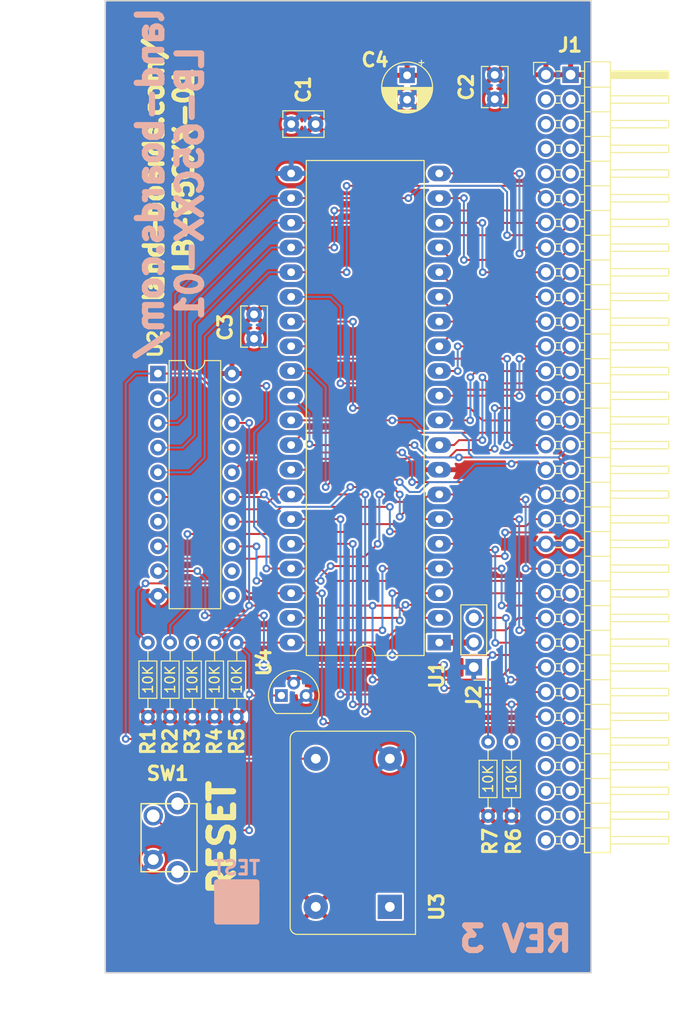
<source format=kicad_pcb>
(kicad_pcb (version 20240108) (generator "pcbnew") (generator_version "8.0")
  (title_block (title "LB-65C816-01") (date "2024-09-12") (rev "3") (company "land-boards.com"))
  (layers (0 "F.Cu" signal) (31 "B.Cu" signal) (34 "B.Paste" user) (35 "F.Paste" user) (36 "B.SilkS" user "B.Silkscreen") (37 "F.SilkS" user "F.Silkscreen") (38 "B.Mask" user) (39 "F.Mask" user) (44 "Edge.Cuts" user))
  (net 0 "")
  (net 1 "GND")
  (net 2 "/CPUA11")
  (net 3 "/CPUA12")
  (net 4 "/CPUA13")
  (net 5 "/CPUA14")
  (net 6 "/CPUA15")
  (net 7 "/CPUD4")
  (net 8 "/CPUD3")
  (net 9 "/CPUD5")
  (net 10 "/CPUD6")
  (net 11 "/CPUA0")
  (net 12 "/CPUA1")
  (net 13 "/CPUD2")
  (net 14 "/CPUA2")
  (net 15 "/CPUD7")
  (net 16 "/CPUA3")
  (net 17 "/CPUD0")
  (net 18 "/CPUA4")
  (net 19 "/CPUD1")
  (net 20 "/CPUA5")
  (net 21 "/CPUA6")
  (net 22 "/CPUA7")
  (net 23 "/CPUA8")
  (net 24 "/CPUA9")
  (net 25 "/CPUA10")
  (net 26 "/CPUA18")
  (net 27 "/CPUA16")
  (net 28 "/CPUA17")
  (net 29 "/CPUCLK")
  (net 30 "/CPUA22")
  (net 31 "/CPUA23")
  (net 32 "/CPUA20")
  (net 33 "/CPUA21")
  (net 34 "/CPUA19")
  (net 35 "VCC")
  (net 36 "/~{IORQ}")
  (net 37 "/~{CPURESB}")
  (net 38 "/VPA")
  (net 39 "/~{IRQB}")
  (net 50 "/VPB")
  (net 51 "/~{NMIB}")
  (net 52 "/~{ABORT}")
  (net 53 "/VDA")
  (net 54 "/RDY")
  (net 55 "/CPUE")
  (net 56 "/RWB")
  (net 57 "/MLB")
  (net 58 "/~{MEMRD}")
  (net 59 "/~{RAMCS}")
  (net 60 "/~{IOCS}")
  (net 61 "/~{ROMCS}")
  (net 62 "/CPUMX")
  (net 68 "/PWR_VPB")
  (footprint "LandBoards_Conns:PinHeader_2x32_P2.54mm_Horizontal-FLIPPED" (layer "F.Cu") (at 177.35 54.615)
    (property "Reference" "J1")
    (property "Value" "Conn_02x32_Odd_Even")
  )
  (footprint "Package_DIP:DIP-40_W15.24mm_LongPads" (layer "F.Cu") (at 166.375 113.025 180)
    (property "Reference" "U1")
    (property "Value" "W65C02_816S_DIP")
  )
  (footprint "Resistor_THT:R_Axial_DIN0204_L3.6mm_D1.6mm_P7.62mm_Horizontal" (layer "F.Cu") (at 171.3992 130.8608 90)
    (property "Reference" "R7")
    (property "Value" "10K")
  )
  (footprint "Capacitor_THT:CP_Radial_D5.0mm_P2.50mm" (layer "F.Cu") (at 163.068 54.674888 -90)
    (property "Reference" "C4")
    (property "Value" "47uF")
  )
  (footprint "Resistor_THT:R_Axial_DIN0204_L3.6mm_D1.6mm_P7.62mm_Horizontal" (layer "F.Cu") (at 145.542 120.65 90)
    (property "Reference" "R5")
    (property "Value" "10K")
  )
  (footprint "Resistor_THT:R_Axial_DIN0204_L3.6mm_D1.6mm_P7.62mm_Horizontal" (layer "F.Cu") (at 140.97 120.65 90)
    (property "Reference" "R3")
    (property "Value" "10K")
  )
  (footprint "Resistor_THT:R_Axial_DIN0204_L3.6mm_D1.6mm_P7.62mm_Horizontal" (layer "F.Cu") (at 136.398 120.65 90)
    (property "Reference" "R1")
    (property "Value" "10K")
  )
  (footprint "Package_TO_SOT_THT:TO-92" (layer "F.Cu") (at 150.13 118.47)
    (property "Reference" "U4")
    (property "Value" "DS1813-5")
  )
  (footprint "Resistor_THT:R_Axial_DIN0204_L3.6mm_D1.6mm_P7.62mm_Horizontal" (layer "F.Cu") (at 143.256 120.65 90)
    (property "Reference" "R4")
    (property "Value" "10K")
  )
  (footprint "Connector_PinHeader_2.54mm:PinHeader_1x03_P2.54mm_Vertical" (layer "F.Cu") (at 169.926 115.555 180)
    (property "Reference" "J2")
    (property "Value" "JUMPER")
  )
  (footprint "Resistor_THT:R_Axial_DIN0204_L3.6mm_D1.6mm_P7.62mm_Horizontal" (layer "F.Cu") (at 173.8122 130.8608 90)
    (property "Reference" "R6")
    (property "Value" "10K")
  )
  (footprint "Package_DIP:DIP-20_W7.62mm" (layer "F.Cu") (at 137.424 85.349)
    (property "Reference" "U2")
    (property "Value" "GAL16V8B")
  )
  (footprint "Capacitor_THT:C_Rect_L4.0mm_W2.5mm_P2.50mm" (layer "F.Cu") (at 151.15 59.69)
    (property "Reference" "C1")
    (property "Value" "0.1uF")
  )
  (footprint "Oscillator:Oscillator_DIP-14_LargePads" (layer "F.Cu") (at 161.29 140.208 90)
    (property "Reference" "U3")
    (property "Value" "OSC")
  )
  (footprint "Capacitor_THT:C_Rect_L4.0mm_W2.5mm_P2.50mm" (layer "F.Cu") (at 172.085 57.13 90)
    (property "Reference" "C2")
    (property "Value" "0.1uF")
  )
  (footprint "LandBoards_Conns:SW_PUSH_VERT" (layer "F.Cu") (at 139.446 133.096 90)
    (property "Reference" "SW1")
    (property "Value" "SW_Push")
  )
  (footprint "Resistor_THT:R_Axial_DIN0204_L3.6mm_D1.6mm_P7.62mm_Horizontal" (layer "F.Cu") (at 138.684 120.65 90)
    (property "Reference" "R2")
    (property "Value" "10K")
  )
  (footprint "LandBoards_Marking:TEST_BLK-REAR" (layer "F.Cu") (at 145.542 139.7)
    (property "Reference" "TEST")
    (property "Value" "COUPON" (hide yes))
  )
  (footprint "Capacitor_THT:C_Rect_L4.0mm_W2.5mm_P2.50mm" (layer "F.Cu") (at 147.32 81.768 90)
    (property "Reference" "C3")
    (property "Value" "0.1uF")
  )
  (gr_rect (start 132 47) (end 182 147) (stroke (width 0.15)) (fill none) (layer "Edge.Cuts"))
  (gr_text "land-boards.com/\nLB-65CXX-01" (at 138.684 65.786 90) (layer "B.SilkS") (effects (font (size 2.54 2.54) (thickness 0.635)) (justify mirror)))
  (gr_text "REV 3" (at 174.244 143.51 0) (layer "B.SilkS") (effects (font (size 2.54 2.54) (thickness 0.635)) (justify mirror)))
  (gr_text "RESET" (at 144.018 133.096 90) (layer "F.SilkS") (effects (font (size 2.54 2.54) (thickness 0.635))))
  (gr_text "land-boards.com/\nLB-65CXX-01" (at 138.557 64.4398 90) (layer "F.SilkS") (effects (font (size 1.905 1.905) (thickness 0.47625))))
  (segment (start 177.35 72.395) (end 175.2365 72.395) (width 0.2032) (layer "F.Cu") (net 2))
  (segment (start 166.375 64.765) (end 174.62 64.765) (width 0.2032) (layer "F.Cu") (net 2))
  (segment (start 175.2365 72.395) (end 174.625 73.0065) (width 0.2032) (layer "F.Cu") (net 2))
  (segment (start 174.62 64.765) (end 174.625 64.77) (width 0.2032) (layer "F.Cu") (net 2))
  (via (at 174.625 64.77) (size 0.8) (drill 0.4) (layers "F.Cu" "B.Cu") (net 2))
  (via (at 174.625 73.0065) (size 0.8) (drill 0.4) (layers "F.Cu" "B.Cu") (net 2))
  (segment (start 174.625 73.0065) (end 174.625 64.77) (width 0.2032) (layer "B.Cu") (net 2))
  (segment (start 173.355 71.12) (end 178.625 71.12) (width 0.2032) (layer "F.Cu") (net 3))
  (segment (start 163.195 67.31) (end 163.19 67.305) (width 0.2032) (layer "F.Cu") (net 3))
  (segment (start 179.89 69.855) (end 178.625 71.12) (width 0.2032) (layer "F.Cu") (net 3))
  (segment (start 163.19 67.305) (end 151.135 67.305) (width 0.2032) (layer "F.Cu") (net 3))
  (via (at 173.355 71.12) (size 0.8) (drill 0.4) (layers "F.Cu" "B.Cu") (net 3))
  (via (at 163.195 67.31) (size 0.8) (drill 0.4) (layers "F.Cu" "B.Cu") (net 3))
  (segment (start 164.465 66.04) (end 163.195 67.31) (width 0.2032) (layer "B.Cu") (net 3))
  (segment (start 137.424 87.889) (end 138.679 87.889) (width 0.2032) (layer "B.Cu") (net 3))
  (segment (start 138.679 87.889) (end 139.192 87.376) (width 0.2032) (layer "B.Cu") (net 3))
  (segment (start 172.72 66.04) (end 164.465 66.04) (width 0.2032) (layer "B.Cu") (net 3))
  (segment (start 173.355 71.12) (end 173.355 66.675) (width 0.2032) (layer "B.Cu") (net 3))
  (segment (start 149.103 67.305) (end 151.135 67.305) (width 0.2032) (layer "B.Cu") (net 3))
  (segment (start 139.192 77.216) (end 149.103 67.305) (width 0.2032) (layer "B.Cu") (net 3))
  (segment (start 139.192 87.376) (end 139.192 77.216) (width 0.2032) (layer "B.Cu") (net 3))
  (segment (start 173.355 66.675) (end 172.72 66.04) (width 0.2032) (layer "B.Cu") (net 3))
  (segment (start 171.45 71.12) (end 163.068 71.12) (width 0.2032) (layer "F.Cu") (net 4))
  (segment (start 172.715 69.855) (end 171.45 71.12) (width 0.2032) (layer "F.Cu") (net 4))
  (segment (start 151.135 69.845) (end 161.793 69.845) (width 0.2032) (layer "F.Cu") (net 4))
  (segment (start 177.35 69.855) (end 172.715 69.855) (width 0.2032) (layer "F.Cu") (net 4))
  (segment (start 161.793 69.845) (end 163.068 71.12) (width 0.2032) (layer "F.Cu") (net 4))
  (segment (start 140.208 89.662) (end 140.208 78.994) (width 0.2032) (layer "B.Cu") (net 4))
  (segment (start 139.441 90.429) (end 140.208 89.662) (width 0.2032) (layer "B.Cu") (net 4))
  (segment (start 137.424 90.429) (end 139.441 90.429) (width 0.2032) (layer "B.Cu") (net 4))
  (segment (start 140.208 78.994) (end 149.357 69.845) (width 0.2032) (layer "B.Cu") (net 4))
  (segment (start 151.135 69.845) (end 149.357 69.845) (width 0.2032) (layer "B.Cu") (net 4))
  (segment (start 155.57 72.385) (end 155.575 72.39) (width 0.2032) (layer "F.Cu") (net 5))
  (segment (start 178.625 68.58) (end 155.575 68.58) (width 0.2032) (layer "F.Cu") (net 5))
  (segment (start 179.89 67.315) (end 178.625 68.58) (width 0.2032) (layer "F.Cu") (net 5))
  (segment (start 151.135 72.385) (end 155.57 72.385) (width 0.2032) (layer "F.Cu") (net 5))
  (via (at 155.575 72.39) (size 0.8) (drill 0.4) (layers "F.Cu" "B.Cu") (net 5))
  (via (at 155.575 68.58) (size 0.8) (drill 0.4) (layers "F.Cu" "B.Cu") (net 5))
  (segment (start 141.219 91.699) (end 141.219 80.259) (width 0.2032) (layer "B.Cu") (net 5))
  (segment (start 155.575 68.58) (end 155.575 72.39) (width 0.2032) (layer "B.Cu") (net 5))
  (segment (start 149.093 72.385) (end 151.135 72.385) (width 0.2032) (layer "B.Cu") (net 5))
  (segment (start 139.949 92.969) (end 141.219 91.699) (width 0.2032) (layer "B.Cu") (net 5))
  (segment (start 141.219 80.259) (end 149.093 72.385) (width 0.2032) (layer "B.Cu") (net 5))
  (segment (start 137.424 92.969) (end 139.949 92.969) (width 0.2032) (layer "B.Cu") (net 5))
  (segment (start 156.845 74.93) (end 156.84 74.925) (width 0.2032) (layer "F.Cu") (net 6))
  (segment (start 156.845 66.04) (end 176.075 66.04) (width 0.2032) (layer "F.Cu") (net 6))
  (segment (start 156.84 74.925) (end 151.135 74.925) (width 0.2032) (layer "F.Cu") (net 6))
  (segment (start 176.075 66.04) (end 177.35 67.315) (width 0.2032) (layer "F.Cu") (net 6))
  (via (at 156.845 74.93) (size 0.8) (drill 0.4) (layers "F.Cu" "B.Cu") (net 6))
  (via (at 156.845 66.04) (size 0.8) (drill 0.4) (layers "F.Cu" "B.Cu") (net 6))
  (segment (start 142.235 81.529) (end 148.839 74.925) (width 0.2032) (layer "B.Cu") (net 6))
  (segment (start 142.235 93.985) (end 142.235 81.529) (width 0.2032) (layer "B.Cu") (net 6))
  (segment (start 137.424 95.509) (end 140.711 95.509) (width 0.2032) (layer "B.Cu") (net 6))
  (segment (start 140.711 95.509) (end 142.235 93.985) (width 0.2032) (layer "B.Cu") (net 6))
  (segment (start 156.845 66.04) (end 156.845 74.93) (width 0.2032) (layer "B.Cu") (net 6))
  (segment (start 148.839 74.925) (end 151.135 74.925) (width 0.2032) (layer "B.Cu") (net 6))
  (segment (start 173.962595 94.488) (end 176.53 94.488) (width 0.2032) (layer "F.Cu") (net 7))
  (segment (start 162.052 96.266) (end 155.448 96.266) (width 0.2032) (layer "F.Cu") (net 7))
  (segment (start 177.297 95.255) (end 176.53 94.488) (width 0.2032) (layer "F.Cu") (net 7))
  (segment (start 155.448 96.266) (end 154.686 97.028) (width 0.2032) (layer "F.Cu") (net 7))
  (segment (start 162.306 96.52) (end 162.052 96.266) (width 0.2032) (layer "F.Cu") (net 7))
  (segment (start 173.962595 94.488) (end 173.817095 94.6335) (width 0.2032) (layer "F.Cu") (net 7))
  (via (at 154.686 97.028) (size 0.8) (drill 0.4) (layers "F.Cu" "B.Cu") (net 7))
  (via (at 173.817095 94.6335) (size 0.8) (drill 0.4) (layers "F.Cu" "B.Cu") (net 7))
  (via (at 162.306 96.52) (size 0.8) (drill 0.4) (layers "F.Cu" "B.Cu") (net 7))
  (segment (start 151.135 85.085) (end 153.03 85.085) (width 0.2032) (layer "B.Cu") (net 7))
  (segment (start 164.338 97.536) (end 165.354 96.52) (width 0.2032) (layer "B.Cu") (net 7))
  (segment (start 154.686 97.028) (end 154.686 86.741) (width 0.2032) (layer "B.Cu") (net 7))
  (segment (start 163.322 97.536) (end 164.338 97.536) (width 0.2032) (layer "B.Cu") (net 7))
  (segment (start 173.817095 94.6335) (end 170.0599 94.6335) (width 0.2032) (layer "B.Cu") (net 7))
  (segment (start 153.03 85.085) (end 154.686 86.741) (width 0.2032) (layer "B.Cu") (net 7))
  (segment (start 170.0599 94.6335) (end 168.1734 96.52) (width 0.2032) (layer "B.Cu") (net 7))
  (segment (start 162.306 96.52) (end 163.322 97.536) (width 0.2032) (layer "B.Cu") (net 7))
  (segment (start 165.354 96.52) (end 168.1734 96.52) (width 0.2032) (layer "B.Cu") (net 7))
  (segment (start 168.396316 93.98) (end 178.615 93.98) (width 0.2032) (layer "F.Cu") (net 8))
  (segment (start 153.125 92.71) (end 153.0165 92.6015) (width 0.2032) (layer "F.Cu") (net 8))
  (segment (start 178.615 93.98) (end 179.89 95.255) (width 0.2032) (layer "F.Cu") (net 8))
  (segment (start 153.125 92.71) (end 163.83 92.71) (width 0.2032) (layer "F.Cu") (net 8))
  (via (at 153.0165 92.6015) (size 0.8) (drill 0.4) (layers "F.Cu" "B.Cu") (net 8))
  (via (at 168.396316 93.98) (size 0.8) (drill 0.4) (layers "F.Cu" "B.Cu") (net 8))
  (via (at 163.83 92.71) (size 0.8) (drill 0.4) (layers "F.Cu" "B.Cu") (net 8))
  (segment (start 165.1 93.98) (end 163.83 92.71) (width 0.2032) (layer "B.Cu") (net 8))
  (segment (start 153.0165 89.5065) (end 151.135 87.625) (width 0.2032) (layer "B.Cu") (net 8))
  (segment (start 168.396316 93.98) (end 165.1 93.98) (width 0.2032) (layer "B.Cu") (net 8))
  (segment (start 153.0165 92.6015) (end 153.0165 89.5065) (width 0.2032) (layer "B.Cu") (net 8))
  (segment (start 151.135 82.545) (end 154.3 82.545) (width 0.2032) (layer "F.Cu") (net 9))
  (segment (start 154.3 82.545) (end 155.575 83.82) (width 0.2032) (layer "F.Cu") (net 9))
  (segment (start 173.355 83.82) (end 155.575 83.82) (width 0.2032) (layer "F.Cu") (net 9))
  (segment (start 177.35 92.715) (end 173.35 92.715) (width 0.2032) (layer "F.Cu") (net 9))
  (via (at 173.35 92.715) (size 0.8) (drill 0.4) (layers "F.Cu" "B.Cu") (net 9))
  (via (at 173.355 83.82) (size 0.8) (drill 0.4) (layers "F.Cu" "B.Cu") (net 9))
  (segment (start 173.35 92.715) (end 173.355 92.71) (width 0.2032) (layer "B.Cu") (net 9))
  (segment (start 173.355 92.71) (end 173.355 83.82) (width 0.2032) (layer "B.Cu") (net 9))
  (segment (start 157.48 88.9) (end 169.545 88.9) (width 0.2032) (layer "F.Cu") (net 10))
  (segment (start 151.135 80.005) (end 157.4935 80.005) (width 0.2032) (layer "F.Cu") (net 10))
  (segment (start 177.35 90.175) (end 170.82 90.175) (width 0.2032) (layer "F.Cu") (net 10))
  (segment (start 157.4935 80.005) (end 157.4985 80.01) (width 0.2032) (layer "F.Cu") (net 10))
  (segment (start 170.82 90.175) (end 169.545 88.9) (width 0.2032) (layer "F.Cu") (net 10))
  (via (at 157.4985 80.01) (size 0.8) (drill 0.4) (layers "F.Cu" "B.Cu") (net 10))
  (via (at 157.48 88.9) (size 0.8) (drill 0.4) (layers "F.Cu" "B.Cu") (net 10))
  (segment (start 157.4985 80.01) (end 157.4985 88.8815) (width 0.2032) (layer "B.Cu") (net 10))
  (segment (start 157.4985 88.8815) (end 157.48 88.9) (width 0.2032) (layer "B.Cu") (net 10))
  (segment (start 178.625 86.36) (end 171.4265 86.36) (width 0.2032) (layer "F.Cu") (net 11))
  (segment (start 166.375 92.705) (end 167.899 92.705) (width 0.2032) (layer "F.Cu") (net 11))
  (segment (start 171.4265 86.36) (end 170.815 85.7485) (width 0.2032) (layer "F.Cu") (net 11))
  (segment (start 167.899 92.705) (end 168.402 92.202) (width 0.2032) (layer "F.Cu") (net 11))
  (segment (start 179.89 85.095) (end 178.625 86.36) (width 0.2032) (layer "F.Cu") (net 11))
  (segment (start 168.402 92.202) (end 170.815 92.202) (width 0.2032) (layer "F.Cu") (net 11))
  (via (at 170.815 85.7485) (size 0.8) (drill 0.4) (layers "F.Cu" "B.Cu") (net 11))
  (via (at 170.815 92.202) (size 0.8) (drill 0.4) (layers "F.Cu" "B.Cu") (net 11))
  (segment (start 170.815 92.202) (end 170.815 85.7485) (width 0.2032) (layer "B.Cu") (net 11))
  (segment (start 169.582 85.698) (end 170.185 85.095) (width 0.2032) (layer "F.Cu") (net 12))
  (segment (start 170.185 85.095) (end 177.35 85.095) (width 0.2032) (layer "F.Cu") (net 12))
  (segment (start 166.375 90.165) (end 169.55 90.165) (width 0.2032) (layer "F.Cu") (net 12))
  (segment (start 169.582 85.725) (end 169.582 85.698) (width 0.2032) (layer "F.Cu") (net 12))
  (via (at 169.55 90.165) (size 0.8) (drill 0.4) (layers "F.Cu" "B.Cu") (net 12))
  (via (at 169.582 85.725) (size 0.8) (drill 0.4) (layers "F.Cu" "B.Cu") (net 12))
  (segment (start 169.582 90.133) (end 169.55 90.165) (width 0.2032) (layer "B.Cu") (net 12))
  (segment (start 169.582 85.725) (end 169.582 90.133) (width 0.2032) (layer "B.Cu") (net 12))
  (segment (start 151.135 90.165) (end 161.539 90.165) (width 0.2032) (layer "F.Cu") (net 13))
  (segment (start 161.539 90.165) (end 161.544 90.17) (width 0.2032) (layer "F.Cu") (net 13))
  (via (at 161.544 90.17) (size 0.8) (drill 0.4) (layers "F.Cu" "B.Cu") (net 13))
  (segment (start 169.418 93.5482) (end 169.418 92.202) (width 0.2032) (layer "B.Cu") (net 13))
  (segment (start 169.418 92.202) (end 168.656 91.44) (width 0.2032) (layer "B.Cu") (net 13))
  (segment (start 179.89 92.715) (end 178.625 93.98) (width 0.2032) (layer "B.Cu") (net 13))
  (segment (start 168.656 91.44) (end 164.846 91.44) (width 0.2032) (layer "B.Cu") (net 13))
  (segment (start 178.625 93.98) (end 169.8498 93.98) (width 0.2032) (layer "B.Cu") (net 13))
  (segment (start 164.846 91.44) (end 163.576 90.17) (width 0.2032) (layer "B.Cu") (net 13))
  (segment (start 163.576 90.17) (end 161.544 90.17) (width 0.2032) (layer "B.Cu") (net 13))
  (segment (start 169.8498 93.98) (end 169.418 93.5482) (width 0.2032) (layer "B.Cu") (net 13))
  (segment (start 166.375 87.625) (end 174.582989 87.625) (width 0.2032) (layer "F.Cu") (net 14))
  (segment (start 178.625 83.82) (end 179.89 82.555) (width 0.2032) (layer "F.Cu") (net 14))
  (segment (start 174.625 83.82) (end 178.625 83.82) (width 0.2032) (layer "F.Cu") (net 14))
  (segment (start 174.625 87.667011) (end 174.582989 87.625) (width 0.2032) (layer "F.Cu") (net 14))
  (via (at 174.625 83.82) (size 0.8) (drill 0.4) (layers "F.Cu" "B.Cu") (net 14))
  (via (at 174.625 87.667011) (size 0.8) (drill 0.4) (layers "F.Cu" "B.Cu") (net 14))
  (segment (start 174.625 83.82) (end 174.625 87.667011) (width 0.2032) (layer "B.Cu") (net 14))
  (segment (start 175.268511 87.013511) (end 175.89 87.635) (width 0.2032) (layer "F.Cu") (net 15))
  (segment (start 167.658511 87.013511) (end 175.268511 87.013511) (width 0.2032) (layer "F.Cu") (net 15))
  (segment (start 167.005 86.36) (end 167.658511 87.013511) (width 0.2032) (layer "F.Cu") (net 15))
  (segment (start 175.89 87.635) (end 177.35 87.635) (width 0.2032) (layer "F.Cu") (net 15))
  (segment (start 156.21 86.36) (end 167.005 86.36) (width 0.2032) (layer "F.Cu") (net 15))
  (via (at 156.21 86.36) (size 0.8) (drill 0.4) (layers "F.Cu" "B.Cu") (net 15))
  (segment (start 156.21 78.486) (end 156.21 86.36) (width 0.2032) (layer "B.Cu") (net 15))
  (segment (start 151.135 77.465) (end 155.189 77.465) (width 0.2032) (layer "B.Cu") (net 15))
  (segment (start 155.189 77.465) (end 156.21 78.486) (width 0.2032) (layer "B.Cu") (net 15))
  (segment (start 168.28 82.555) (end 177.35 82.555) (width 0.2032) (layer "F.Cu") (net 16))
  (segment (start 166.375 85.085) (end 168.27 85.085) (width 0.2032) (layer "F.Cu") (net 16))
  (segment (start 168.275 82.55) (end 168.28 82.555) (width 0.2032) (layer "F.Cu") (net 16))
  (segment (start 168.27 85.085) (end 168.275 85.09) (width 0.2032) (layer "F.Cu") (net 16))
  (via (at 168.275 82.55) (size 0.8) (drill 0.4) (layers "F.Cu" "B.Cu") (net 16))
  (via (at 168.275 85.09) (size 0.8) (drill 0.4) (layers "F.Cu" "B.Cu") (net 16))
  (segment (start 168.275 85.09) (end 168.275 82.55) (width 0.2032) (layer "B.Cu") (net 16))
  (segment (start 167.386 93.98) (end 168.148 93.218) (width 0.2032) (layer "F.Cu") (net 17))
  (segment (start 171.958 93.218) (end 172.085 93.091) (width 0.2032) (layer "F.Cu") (net 17))
  (segment (start 172.085 88.9) (end 178.625 88.9) (width 0.2032) (layer "F.Cu") (net 17))
  (segment (start 168.148 93.218) (end 171.958 93.218) (width 0.2032) (layer "F.Cu") (net 17))
  (segment (start 179.89 87.635) (end 178.625 88.9) (width 0.2032) (layer "F.Cu") (net 17))
  (segment (start 152.659 95.245) (end 153.778489 94.125511) (width 0.2032) (layer "F.Cu") (net 17))
  (segment (start 162.959511 94.125511) (end 163.105022 93.98) (width 0.2032) (layer "F.Cu") (net 17))
  (segment (start 163.105022 93.98) (end 167.386 93.98) (width 0.2032) (layer "F.Cu") (net 17))
  (segment (start 151.135 95.245) (end 152.659 95.245) (width 0.2032) (layer "F.Cu") (net 17))
  (segment (start 153.778489 94.125511) (end 162.959511 94.125511) (width 0.2032) (layer "F.Cu") (net 17))
  (via (at 172.085 93.091) (size 0.8) (drill 0.4) (layers "F.Cu" "B.Cu") (net 17))
  (via (at 172.085 88.9) (size 0.8) (drill 0.4) (layers "F.Cu" "B.Cu") (net 17))
  (segment (start 172.085 93.091) (end 172.085 88.9) (width 0.2032) (layer "B.Cu") (net 17))
  (segment (start 179.89 80.015) (end 178.625 81.28) (width 0.2032) (layer "F.Cu") (net 18))
  (segment (start 167.64 81.28) (end 166.375 82.545) (width 0.2032) (layer "F.Cu") (net 18))
  (segment (start 178.625 81.28) (end 167.64 81.28) (width 0.2032) (layer "F.Cu") (net 18))
  (segment (start 178.625 91.44) (end 152.4 91.44) (width 0.2032) (layer "F.Cu") (net 19))
  (segment (start 179.89 90.175) (end 178.625 91.44) (width 0.2032) (layer "F.Cu") (net 19))
  (segment (start 152.4 91.44) (end 151.135 92.705) (width 0.2032) (layer "F.Cu") (net 19))
  (segment (start 166.375 80.005) (end 177.34 80.005) (width 0.2032) (layer "F.Cu") (net 20))
  (segment (start 167.65 78.74) (end 178.625 78.74) (width 0.2032) (layer "F.Cu") (net 21))
  (segment (start 166.375 77.465) (end 167.65 78.74) (width 0.2032) (layer "F.Cu") (net 21))
  (segment (start 178.625 78.74) (end 179.89 77.475) (width 0.2032) (layer "F.Cu") (net 21))
  (segment (start 168.925 77.475) (end 177.35 77.475) (width 0.2032) (layer "F.Cu") (net 22))
  (segment (start 166.375 74.925) (end 168.925 77.475) (width 0.2032) (layer "F.Cu") (net 22))
  (segment (start 178.625 76.2) (end 170.19 76.2) (width 0.2032) (layer "F.Cu") (net 23))
  (segment (start 179.89 74.935) (end 178.625 76.2) (width 0.2032) (layer "F.Cu") (net 23))
  (segment (start 170.19 76.2) (end 166.375 72.385) (width 0.2032) (layer "F.Cu") (net 23))
  (segment (start 166.375 69.845) (end 170.81 69.845) (width 0.2032) (layer "F.Cu") (net 24))
  (segment (start 170.857 74.935) (end 177.35 74.935) (width 0.2032) (layer "F.Cu") (net 24))
  (segment (start 170.852 74.93) (end 170.857 74.935) (width 0.2032) (layer "F.Cu") (net 24))
  (segment (start 170.81 69.845) (end 170.815 69.85) (width 0.2032) (layer "F.Cu") (net 24))
  (via (at 170.852 74.93) (size 0.8) (drill 0.4) (layers "F.Cu" "B.Cu") (net 24))
  (via (at 170.815 69.85) (size 0.8) (drill 0.4) (layers "F.Cu" "B.Cu") (net 24))
  (segment (start 170.815 74.893) (end 170.852 74.93) (width 0.2032) (layer "B.Cu") (net 24))
  (segment (start 170.815 69.85) (end 170.815 74.893) (width 0.2032) (layer "B.Cu") (net 24))
  (segment (start 179.89 72.395) (end 178.625 73.66) (width 0.2032) (layer "F.Cu") (net 25))
  (segment (start 166.375 67.305) (end 168.915 67.305) (width 0.2032) (layer "F.Cu") (net 25))
  (segment (start 178.625 73.66) (end 168.91 73.66) (width 0.2032) (layer "F.Cu") (net 25))
  (via (at 168.91 73.66) (size 0.8) (drill 0.4) (layers "F.Cu" "B.Cu") (net 25))
  (via (at 168.915 67.305) (size 0.8) (drill 0.4) (layers "F.Cu" "B.Cu") (net 25))
  (segment (start 168.91 73.66) (end 168.91 67.31) (width 0.2032) (layer "B.Cu") (net 25))
  (segment (start 168.91 67.31) (end 168.915 67.305) (width 0.2032) (layer "B.Cu") (net 25))
  (segment (start 155.458 106.68) (end 154.183 105.405) (width 0.2032) (layer "F.Cu") (net 29))
  (segment (start 151.135 105.405) (end 148.595 105.405) (width 0.2032) (layer "F.Cu") (net 29))
  (segment (start 151.135 105.405) (end 154.183 105.405) (width 0.2032) (layer "F.Cu") (net 29))
  (segment (start 142.748 86.614) (end 141.478 85.344) (width 0.2032) (layer "F.Cu") (net 29))
  (segment (start 138.43 124.968) (end 136.398 122.936) (width 0.2032) (layer "F.Cu") (net 29))
  (segment (start 153.67 124.968) (end 138.43 124.968) (width 0.2032) (layer "F.Cu") (net 29))
  (segment (start 136.398 122.936) (end 134.112 122.936) (width 0.2032) (layer "F.Cu") (net 29))
  (segment (start 178.625 106.68) (end 155.458 106.68) (width 0.2032) (layer "F.Cu") (net 29))
  (segment (start 148.595 105.405) (end 148.59 105.41) (width 0.2032) (layer "F.Cu") (net 29))
  (segment (start 137.424 85.349) (end 141.473 85.349) (width 0.2032) (layer "F.Cu") (net 29))
  (segment (start 142.748 86.614) (end 148.59 86.614) (width 0.2032) (layer "F.Cu") (net 29))
  (segment (start 179.89 105.415) (end 178.625 106.68) (width 0.2032) (layer "F.Cu") (net 29))
  (segment (start 141.473 85.349) (end 141.478 85.344) (width 0.2032) (layer "F.Cu") (net 29))
  (via (at 148.59 86.614) (size 0.8) (drill 0.4) (layers "F.Cu" "B.Cu") (net 29))
  (via (at 134.112 122.936) (size 0.8) (drill 0.4) (layers "F.Cu" "B.Cu") (net 29))
  (via (at 148.59 105.41) (size 0.8) (drill 0.4) (layers "F.Cu" "B.Cu") (net 29))
  (segment (start 148.59 90.17) (end 148.59 86.614) (width 0.2032) (layer "B.Cu") (net 29))
  (segment (start 134.112 86.36) (end 135.123 85.349) (width 0.2032) (layer "B.Cu") (net 29))
  (segment (start 147.32 101.092) (end 147.32 91.44) (width 0.2032) (layer "B.Cu") (net 29))
  (segment (start 134.112 122.936) (end 134.112 86.36) (width 0.2032) (layer "B.Cu") (net 29))
  (segment (start 148.59 102.362) (end 147.32 101.092) (width 0.2032) (layer "B.Cu") (net 29))
  (segment (start 147.32 91.44) (end 148.59 90.17) (width 0.2032) (layer "B.Cu") (net 29))
  (segment (start 135.123 85.349) (end 137.424 85.349) (width 0.2032) (layer "B.Cu") (net 29))
  (segment (start 148.59 105.41) (end 148.59 102.362) (width 0.2032) (layer "B.Cu") (net 29))
  (segment (start 179.89 118.115) (end 178.625 119.38) (width 0.2032) (layer "F.Cu") (net 36))
  (segment (start 173.8122 119.38) (end 178.625 119.38) (width 0.2032) (layer "F.Cu") (net 36))
  (segment (start 151.135 102.865) (end 157.475 102.865) (width 0.2032) (layer "F.Cu") (net 36))
  (segment (start 157.48 119.38) (end 173.8122 119.38) (width 0.2032) (layer "F.Cu") (net 36))
  (segment (start 157.475 102.865) (end 157.48 102.87) (width 0.2032) (layer "F.Cu") (net 36))
  (via (at 173.8122 119.38) (size 0.8) (drill 0.4) (layers "F.Cu" "B.Cu") (net 36))
  (via (at 157.48 119.38) (size 0.8) (drill 0.4) (layers "F.Cu" "B.Cu") (net 36))
  (via (at 157.48 102.87) (size 0.8) (drill 0.4) (layers "F.Cu" "B.Cu") (net 36))
  (segment (start 157.48 102.87) (end 157.48 119.38) (width 0.2032) (layer "B.Cu") (net 36))
  (segment (start 173.8122 123.2408) (end 173.8122 119.38) (width 0.2032) (layer "B.Cu") (net 36))
  (segment (start 136.946 130.846) (end 138.434 132.334) (width 0.2032) (layer "F.Cu") (net 37))
  (segment (start 138.434 132.334) (end 146.812 132.334) (width 0.2032) (layer "F.Cu") (net 37))
  (segment (start 150.13 118.47) (end 146.918 118.47) (width 0.2032) (layer "F.Cu") (net 37))
  (segment (start 160.533 113.025) (end 161.798 111.76) (width 0.2032) (layer "F.Cu") (net 37))
  (segment (start 145.542 113.03) (end 151.13 113.03) (width 0.2032) (layer "F.Cu") (net 37))
  (segment (start 173.233 111.76) (end 174.498 110.495) (width 0.2032) (layer "F.Cu") (net 37))
  (segment (start 146.918 118.47) (end 146.812 118.364) (width 0.2032) (layer "F.Cu") (net 37))
  (segment (start 174.498 110.495) (end 177.35 110.495) (width 0.2032) (layer "F.Cu") (net 37))
  (segment (start 151.135 113.025) (end 160.533 113.025) (width 0.2032) (layer "F.Cu") (net 37))
  (segment (start 161.798 111.76) (end 173.233 111.76) (width 0.2032) (layer "F.Cu") (net 37))
  (via (at 146.812 118.364) (size 0.8) (drill 0.4) (layers "F.Cu" "B.Cu") (net 37))
  (via (at 146.812 132.334) (size 0.8) (drill 0.4) (layers "F.Cu" "B.Cu") (net 37))
  (segment (start 146.812 114.3) (end 145.542 113.03) (width 0.2032) (layer "B.Cu") (net 37))
  (segment (start 146.812 118.364) (end 146.812 114.3) (width 0.2032) (layer "B.Cu") (net 37))
  (segment (start 146.812 132.334) (end 146.812 118.364) (width 0.2032) (layer "B.Cu") (net 37))
  (segment (start 169.5196 98.298) (end 169.0066 97.785) (width 0.2032) (layer "F.Cu") (net 38))
  (segment (start 138.689 103.129) (end 137.424 103.129) (width 0.2032) (layer "F.Cu") (net 38))
  (segment (start 139.954 104.394) (end 138.689 103.129) (width 0.2032) (layer "F.Cu") (net 38))
  (segment (start 158.725989 104.182511) (end 147.785489 104.182511) (width 0.2032) (layer "F.Cu") (net 38))
  (segment (start 162.052 98.552) (end 161.285 97.785) (width 0.2032) (layer "F.Cu") (net 38))
  (segment (start 147.785489 104.182511) (end 147.574 104.394) (width 0.2032) (layer "F.Cu") (net 38))
  (segment (start 165.359 97.785) (end 164.592 98.552) (width 0.2032) (layer "F.Cu") (net 38))
  (segment (start 175.26 98.298) (end 169.5196 98.298) (width 0.2032) (layer "F.Cu") (net 38))
  (segment (start 164.592 98.552) (end 162.052 98.552) (width 0.2032) (layer "F.Cu") (net 38))
  (segment (start 175.26 105.41) (end 175.265 105.415) (width 0.2032) (layer "F.Cu") (net 38))
  (segment (start 175.265 105.415) (end 177.35 105.415) (width 0.2032) (layer "F.Cu") (net 38))
  (segment (start 147.574 104.394) (end 139.954 104.394) (width 0.2032) (layer "F.Cu") (net 38))
  (segment (start 160.214903 97.785) (end 160.209903 97.79) (width 0.2032) (layer "F.Cu") (net 38))
  (segment (start 160.0385 102.87) (end 158.725989 104.182511) (width 0.2032) (layer "F.Cu") (net 38))
  (segment (start 161.285 97.785) (end 160.214903 97.785) (width 0.2032) (layer "F.Cu") (net 38))
  (segment (start 169.0066 97.785) (end 166.375 97.785) (width 0.2032) (layer "F.Cu") (net 38))
  (via (at 175.26 105.41) (size 0.8) (drill 0.4) (layers "F.Cu" "B.Cu") (net 38))
  (via (at 160.0385 102.87) (size 0.8) (drill 0.4) (layers "F.Cu" "B.Cu") (net 38))
  (via (at 175.26 98.298) (size 0.8) (drill 0.4) (layers "F.Cu" "B.Cu") (net 38))
  (via (at 160.209903 97.79) (size 0.8) (drill 0.4) (layers "F.Cu" "B.Cu") (net 38))
  (segment (start 160.145806 102.87) (end 160.0385 102.87) (width 0.2032) (layer "B.Cu") (net 38))
  (segment (start 175.26 105.41) (end 175.26 98.298) (width 0.2032) (layer "B.Cu") (net 38))
  (segment (start 160.209903 102.805903) (end 160.145806 102.87) (width 0.2032) (layer "B.Cu") (net 38))
  (segment (start 160.209903 97.79) (end 160.209903 102.805903) (width 0.2032) (layer "B.Cu") (net 38))
  (segment (start 160.528 105.41) (end 163.322 105.41) (width 0.2032) (layer "F.Cu") (net 39))
  (segment (start 161.803 105.405) (end 161.798 105.41) (width 0.2032) (layer "F.Cu") (net 39))
  (segment (start 163.327 105.405) (end 161.803 105.405) (width 0.2032) (layer "F.Cu") (net 39))
  (segment (start 166.375 105.405) (end 172.7962 105.405) (width 0.2032) (layer "F.Cu") (net 39))
  (segment (start 140.97 113.03) (end 142.24 111.76) (width 0.2032) (layer "F.Cu") (net 39))
  (segment (start 172.7893 109.22) (end 178.625 109.22) (width 0.2032) (layer "F.Cu") (net 39))
  (segment (start 160.274 111.76) (end 160.528 111.76) (width 0.2032) (layer "F.Cu") (net 39))
  (segment (start 166.375 105.405) (end 163.327 105.405) (width 0.2032) (layer "F.Cu") (net 39))
  (segment (start 178.625 109.22) (end 179.89 107.955) (width 0.2032) (layer "F.Cu") (net 39))
  (segment (start 163.322 105.41) (end 163.327 105.405) (width 0.2032) (layer "F.Cu") (net 39))
  (segment (start 142.24 111.76) (end 160.274 111.76) (width 0.2032) (layer "F.Cu") (net 39))
  (via (at 172.7893 109.22) (size 0.8) (drill 0.4) (layers "F.Cu" "B.Cu") (net 39))
  (via (at 160.528 111.76) (size 0.8) (drill 0.4) (layers "F.Cu" "B.Cu") (net 39))
  (via (at 160.528 105.41) (size 0.8) (drill 0.4) (layers "F.Cu" "B.Cu") (net 39))
  (via (at 172.7962 105.405) (size 0.8) (drill 0.4) (layers "F.Cu" "B.Cu") (net 39))
  (segment (start 172.7893 109.22) (end 172.7893 105.4119) (width 0.2032) (layer "B.Cu") (net 39))
  (segment (start 172.7893 105.4119) (end 172.7962 105.405) (width 0.2032) (layer "B.Cu") (net 39))
  (segment (start 160.528 111.76) (end 160.528 105.41) (width 0.2032) (layer "B.Cu") (net 39))
  (segment (start 162.895448 109.138552) (end 167.975448 109.138552) (width 0.2032) (layer "F.Cu") (net 50))
  (segment (start 169.159 107.955) (end 177.35 107.955) (width 0.2032) (layer "F.Cu") (net 50))
  (segment (start 151.135 110.485) (end 162.047 110.485) (width 0.2032) (layer "F.Cu") (net 50))
  (segment (start 167.975448 109.138552) (end 169.159 107.955) (width 0.2032) (layer "F.Cu") (net 50))
  (segment (start 162.047 110.485) (end 162.306 110.744) (width 0.2032) (layer "F.Cu") (net 50))
  (via (at 162.895448 109.138552) (size 0.8) (drill 0.4) (layers "F.Cu" "B.Cu") (net 50))
  (via (at 162.306 110.744) (size 0.8) (drill 0.4) (layers "F.Cu" "B.Cu") (net 50))
  (segment (start 162.306 109.728) (end 162.895448 109.138552) (width 0.2032) (layer "B.Cu") (net 50))
  (segment (start 162.306 110.744) (end 162.306 109.728) (width 0.2032) (layer "B.Cu") (net 50))
  (segment (start 158.242 100.838) (end 157.437489 101.642511) (width 0.2032) (layer "F.Cu") (net 51))
  (segment (start 164.597 100.325) (end 164.084 100.838) (width 0.2032) (layer "F.Cu") (net 51))
  (segment (start 164.084 100.838) (end 158.242 100.838) (width 0.2032) (layer "F.Cu") (net 51))
  (segment (start 174.6015 100.325) (end 174.6065 100.33) (width 0.2032) (layer "F.Cu") (net 51))
  (segment (start 149.394511 101.642511) (end 149.183022 101.854) (width 0.2032) (layer "F.Cu") (net 51))
  (segment (start 157.437489 101.642511) (end 149.394511 101.642511) (width 0.2032) (layer "F.Cu") (net 51))
  (segment (start 149.183022 101.854) (end 140.462 101.854) (width 0.2032) (layer "F.Cu") (net 51))
  (segment (start 178.625 111.76) (end 179.89 110.495) (width 0.2032) (layer "F.Cu") (net 51))
  (segment (start 174.6065 111.76) (end 178.625 111.76) (width 0.2032) (layer "F.Cu") (net 51))
  (segment (start 166.375 100.325) (end 164.597 100.325) (width 0.2032) (layer "F.Cu") (net 51))
  (segment (start 166.375 100.325) (end 174.6015 100.325) (width 0.2032) (layer "F.Cu") (net 51))
  (via (at 174.6065 111.76) (size 0.8) (drill 0.4) (layers "F.Cu" "B.Cu") (net 51))
  (via (at 174.6065 100.33) (size 0.8) (drill 0.4) (layers "F.Cu" "B.Cu") (net 51))
  (via (at 140.462 101.854) (size 0.8) (drill 0.4) (layers "F.Cu" "B.Cu") (net 51))
  (segment (start 138.684 111.252) (end 140.462 109.474) (width 0.2032) (layer "B.Cu") (net 51))
  (segment (start 174.601489 100.335011) (end 174.601489 111.754989) (width 0.2032) (layer "B.Cu") (net 51))
  (segment (start 140.462 109.474) (end 140.462 101.854) (width 0.2032) (layer "B.Cu") (net 51))
  (segment (start 174.6065 100.33) (end 174.601489 100.335011) (width 0.2032) (layer "B.Cu") (net 51))
  (segment (start 174.601489 111.754989) (end 174.6065 111.76) (width 0.2032) (layer "B.Cu") (net 51))
  (segment (start 138.684 113.03) (end 138.684 111.252) (width 0.2032) (layer "B.Cu") (net 51))
  (segment (start 179.89 113.035) (end 178.625 114.3) (width 0.2032) (layer "F.Cu") (net 52))
  (segment (start 161.544 114.3) (end 171.8564 114.3) (width 0.2032) (layer "F.Cu") (net 52))
  (segment (start 161.549 107.945) (end 166.375 107.945) (width 0.2032) (layer "F.Cu") (net 52))
  (segment (start 161.544 107.95) (end 161.549 107.945) (width 0.2032) (layer "F.Cu") (net 52))
  (segment (start 171.8564 114.3) (end 178.625 114.3) (width 0.2032) (layer "F.Cu") (net 52))
  (via (at 171.8564 114.3) (size 0.8) (drill 0.4) (layers "F.Cu" "B.Cu") (net 52))
  (via (at 161.544 107.95) (size 0.8) (drill 0.4) (layers "F.Cu" "B.Cu") (net 52))
  (via (at 161.544 114.3) (size 0.8) (drill 0.4) (layers "F.Cu" "B.Cu") (net 52))
  (segment (start 171.3992 114.7572) (end 171.8564 114.3) (width 0.2032) (layer "B.Cu") (net 52))
  (segment (start 161.544 114.3) (end 161.544 107.95) (width 0.2032) (layer "B.Cu") (net 52))
  (segment (start 171.3992 123.2408) (end 171.3992 114.7572) (width 0.2032) (layer "B.Cu") (net 52))
  (segment (start 141.473 105.669) (end 141.478 105.664) (width 0.2032) (layer "F.Cu") (net 53))
  (segment (start 178.625 116.84) (end 173.736 116.84) (width 0.2032) (layer "F.Cu") (net 53))
  (segment (start 169.926 110.475) (end 173.213 110.475) (width 0.2032) (layer "F.Cu") (net 53))
  (segment (start 173.213 110.475) (end 173.228 110.49) (width 0.2032) (layer "F.Cu") (net 53))
  (segment (start 148.336 115.316) (end 166.878 115.316) (width 0.2032) (layer "F.Cu") (net 53))
  (segment (start 137.424 105.669) (end 141.473 105.669) (width 0.2032) (layer "F.Cu") (net 53))
  (segment (start 179.89 115.575) (end 178.625 116.84) (width 0.2032) (layer "F.Cu") (net 53))
  (segment (start 166.878 117.71) (end 172.866 117.71) (width 0.2032) (layer "F.Cu") (net 53))
  (segment (start 142.24 110.236) (end 148.336 110.236) (width 0.2032) (layer "F.Cu") (net 53))
  (segment (start 172.866 117.71) (end 173.736 116.84) (width 0.2032) (layer "F.Cu") (net 53))
  (via (at 141.478 105.664) (size 0.8) (drill 0.4) (layers "F.Cu" "B.Cu") (net 53))
  (via (at 148.336 115.316) (size 0.8) (drill 0.4) (layers "F.Cu" "B.Cu") (net 53))
  (via (at 142.24 110.236) (size 0.8) (drill 0.4) (layers "F.Cu" "B.Cu") (net 53))
  (via (at 173.736 116.84) (size 0.8) (drill 0.4) (layers "F.Cu" "B.Cu") (net 53))
  (via (at 173.228 110.49) (size 0.8) (drill 0.4) (layers "F.Cu" "B.Cu") (net 53))
  (via (at 166.878 115.316) (size 0.8) (drill 0.4) (layers "F.Cu" "B.Cu") (net 53))
  (via (at 148.336 110.236) (size 0.8) (drill 0.4) (layers "F.Cu" "B.Cu") (net 53))
  (via (at 166.878 117.71) (size 0.8) (drill 0.4) (layers "F.Cu" "B.Cu") (net 53))
  (segment (start 142.302 110.174) (end 142.24 110.236) (width 0.2032) (layer "B.Cu") (net 53))
  (segment (start 173.228 116.332) (end 173.736 116.84) (width 0.2032) (layer "B.Cu") (net 53))
  (segment (start 173.228 110.49) (end 173.228 116.332) (width 0.2032) (layer "B.Cu") (net 53))
  (segment (start 148.336 110.236) (end 148.336 115.316) (width 0.2032) (layer "B.Cu") (net 53))
  (segment (start 141.478 105.664) (end 142.302 106.488) (width 0.2032) (layer "B.Cu") (net 53))
  (segment (start 142.302 106.488) (end 142.302 110.174) (width 0.2032) (layer "B.Cu") (net 53))
  (segment (start 166.878 115.316) (end 166.878 117.71) (width 0.2032) (layer "B.Cu") (net 53))
  (segment (start 173.731 115.575) (end 172.466 116.84) (width 0.2032) (layer "F.Cu") (net 54))
  (segment (start 146.807 90.429) (end 146.812 90.424) (width 0.2032) (layer "F.Cu") (net 54))
  (segment (start 145.044 90.429) (end 146.807 90.429) (width 0.2032) (layer "F.Cu") (net 54))
  (segment (start 177.35 115.575) (end 173.731 115.575) (width 0.2032) (layer "F.Cu") (net 54))
  (segment (start 146.812 109.22) (end 162.052 109.22) (width 0.2032) (layer "F.Cu") (net 54))
  (segment (start 159.512 116.84) (end 172.466 116.84) (width 0.2032) (layer "F.Cu") (net 54))
  (segment (start 166.375 110.485) (end 163.317 110.485) (width 0.2032) (layer "F.Cu") (net 54))
  (segment (start 163.317 110.485) (end 162.052 109.22) (width 0.2032) (layer "F.Cu") (net 54))
  (via (at 146.812 109.22) (size 0.8) (drill 0.4) (layers "F.Cu" "B.Cu") (net 54))
  (via (at 146.812 90.424) (size 0.8) (drill 0.4) (layers "F.Cu" "B.Cu") (net 54))
  (via (at 159.512 116.84) (size 0.8) (drill 0.4) (layers "F.Cu" "B.Cu") (net 54))
  (via (at 159.512 109.22) (size 0.8) (drill 0.4) (layers "F.Cu" "B.Cu") (net 54))
  (segment (start 159.512 116.84) (end 159.512 109.22) (width 0.2032) (layer "B.Cu") (net 54))
  (segment (start 146.812 90.424) (end 146.812 109.22) (width 0.2032) (layer "B.Cu") (net 54))
  (segment (start 146.812 109.474) (end 146.812 109.22) (width 0.2032) (layer "B.Cu") (net 54))
  (segment (start 143.256 113.03) (end 146.812 109.474) (width 0.2032) (layer "B.Cu") (net 54))
  (segment (start 156.21 118.364) (end 174.752 118.364) (width 0.2032) (layer "F.Cu") (net 55))
  (segment (start 151.135 100.325) (end 156.205 100.325) (width 0.2032) (layer "F.Cu") (net 55))
  (segment (start 174.752 118.364) (end 175.006 118.11) (width 0.2032) (layer "F.Cu") (net 55))
  (segment (start 156.205 100.325) (end 156.21 100.33) (width 0.2032) (layer "F.Cu") (net 55))
  (segment (start 175.006 118.11) (end 175.011 118.115) (width 0.2032) (layer "F.Cu") (net 55))
  (segment (start 175.011 118.115) (end 177.35 118.115) (width 0.2032) (layer "F.Cu") (net 55))
  (via (at 156.21 100.33) (size 0.8) (drill 0.4) (layers "F.Cu" "B.Cu") (net 55))
  (via (at 156.21 118.364) (size 0.8) (drill 0.4) (layers "F.Cu" "B.Cu") (net 55))
  (segment (start 156.21 118.364) (end 156.21 100.33) (width 0.2032) (layer "B.Cu") (net 55))
  (segment (start 158.755 120.137) (end 174.747 120.137) (width 0.2032) (layer "F.Cu") (net 56))
  (segment (start 137.424 98.049) (end 139.705 98.049) (width 0.2032) (layer "F.Cu") (net 56))
  (segment (start 148.072 99.314) (end 149.601 97.785) (width 0.2032) (layer "F.Cu") (net 56))
  (segment (start 177.35 120.655) (end 175.265 120.655) (width 0.2032) (layer "F.Cu") (net 56))
  (segment (start 139.705 98.049) (end 140.97 99.314) (width 0.2032) (layer "F.Cu") (net 56))
  (segment (start 174.747 120.137) (end 175.265 120.655) (width 0.2032) (layer "F.Cu") (net 56))
  (segment (start 140.97 99.314) (end 148.072 99.314) (width 0.2032) (layer "F.Cu") (net 56))
  (segment (start 151.135 97.785) (end 158.755 97.785) (width 0.2032) (layer "F.Cu") (net 56))
  (segment (start 149.601 97.785) (end 151.135 97.785) (width 0.2032) (layer "F.Cu") (net 56))
  (via (at 158.755 97.785) (size 0.8) (drill 0.4) (layers "F.Cu" "B.Cu") (net 56))
  (via (at 158.755 120.137) (size 0.8) (drill 0.4) (layers "F.Cu" "B.Cu") (net 56))
  (segment (start 158.755 97.785) (end 158.755 120.137) (width 0.2032) (layer "B.Cu") (net 56))
  (segment (start 169.2471 103.4865) (end 172.1035 103.4865) (width 0.2032) (layer "F.Cu") (net 57))
  (segment (start 168.6256 102.865) (end 169.2471 103.4865) (width 0.2032) (layer "F.Cu") (net 57))
  (segment (start 172.1562 113.035) (end 177.35 113.035) (width 0.2032) (layer "F.Cu") (net 57))
  (segment (start 172.1562 113.035) (end 172.1358 113.0554) (width 0.2032) (layer "F.Cu") (net 57))
  (segment (start 172.1035 103.4865) (end 172.1358 103.4542) (width 0.2032) (layer "F.Cu") (net 57))
  (segment (start 166.375 102.865) (end 168.6256 102.865) (width 0.2032) (layer "F.Cu") (net 57))
  (via (at 172.1358 103.4542) (size 0.8) (drill 0.4) (layers "F.Cu" "B.Cu") (net 57))
  (via (at 172.1358 113.0554) (size 0.8) (drill 0.4) (layers "F.Cu" "B.Cu") (net 57))
  (segment (start 172.1358 113.0554) (end 172.1358 103.4542) (width 0.2032) (layer "B.Cu") (net 57))
  (segment (start 163.322 99.06) (end 178.625 99.06) (width 0.2032) (layer "F.Cu") (net 58))
  (segment (start 178.625 99.06) (end 179.89 97.795) (width 0.2032) (layer "F.Cu") (net 58))
  (segment (start 145.044 98.049) (end 148.077 98.049) (width 0.2032) (layer "F.Cu") (net 58))
  (segment (start 163.322 99.06) (end 162.306 100.076) (width 0.2032) (layer "F.Cu") (net 58))
  (segment (start 161.544 97.028) (end 162.306 97.79) (width 0.2032) (layer "F.Cu") (net 58))
  (segment (start 157.226 97.028) (end 161.544 97.028) (width 0.2032) (layer "F.Cu") (net 58))
  (segment (start 148.077 98.049) (end 148.336 97.79) (width 0.2032) (layer "F.Cu") (net 58))
  (via (at 148.336 97.79) (size 0.8) (drill 0.4) (layers "F.Cu" "B.Cu") (net 58))
  (via (at 162.306 100.076) (size 0.8) (drill 0.4) (layers "F.Cu" "B.Cu") (net 58))
  (via (at 157.226 97.028) (size 0.8) (drill 0.4) (layers "F.Cu" "B.Cu") (net 58))
  (via (at 162.306 97.79) (size 0.8) (drill 0.4) (layers "F.Cu" "B.Cu") (net 58))
  (segment (start 162.306 100.076) (end 162.306 97.79) (width 0.2032) (layer "B.Cu") (net 58))
  (segment (start 155.194 99.06) (end 157.226 97.028) (width 0.2032) (layer "B.Cu") (net 58))
  (segment (start 149.606 99.06) (end 155.194 99.06) (width 0.2032) (layer "B.Cu") (net 58))
  (segment (start 148.336 97.79) (end 149.606 99.06) (width 0.2032) (layer "B.Cu") (net 58))
  (segment (start 146.573 93.98) (end 152.654 93.98) (width 0.2032) (layer "F.Cu") (net 59))
  (segment (start 176.075 96.52) (end 177.35 97.795) (width 0.2032) (layer "F.Cu") (net 59))
  (segment (start 152.654 93.98) (end 153.162 93.472) (width 0.2032) (layer "F.Cu") (net 59))
  (segment (start 145.044 95.509) (end 146.573 93.98) (width 0.2032) (layer "F.Cu") (net 59))
  (segment (start 153.162 93.472) (end 162.56 93.472) (width 0.2032) (layer "F.Cu") (net 59))
  (segment (start 163.576 96.52) (end 176.075 96.52) (width 0.2032) (layer "F.Cu") (net 59))
  (via (at 162.56 93.472) (size 0.8) (drill 0.4) (layers "F.Cu" "B.Cu") (net 59))
  (via (at 163.576 96.52) (size 0.8) (drill 0.4) (layers "F.Cu" "B.Cu") (net 59))
  (segment (start 163.576 94.488) (end 162.56 93.472) (width 0.2032) (layer "B.Cu") (net 59))
  (segment (start 163.576 96.52) (end 163.576 94.488) (width 0.2032) (layer "B.Cu") (net 59))
  (segment (start 159.258 105.156) (end 155.194 105.156) (width 0.2032) (layer "F.Cu") (net 60))
  (segment (start 173.1264 104.14) (end 160.274 104.14) (width 0.2032) (layer "F.Cu") (net 60))
  (segment (start 173.1518 101.6947) (end 178.5303 101.6947) (width 0.2032) (layer "F.Cu") (net 60))
  (segment (start 160.274 104.14) (end 159.258 105.156) (width 0.2032) (layer "F.Cu") (net 60))
  (segment (start 178.5303 101.6947) (end 179.89 100.335) (width 0.2032) (layer "F.Cu") (net 60))
  (segment (start 145.044 103.129) (end 147.569 103.129) (width 0.2032) (layer "F.Cu") (net 60))
  (segment (start 147.569 106.675) (end 154.173 106.675) (width 0.2032) (layer "F.Cu") (net 60))
  (segment (start 154.173 106.675) (end 154.178 106.68) (width 0.2032) (layer "F.Cu") (net 60))
  (via (at 154.178 106.68) (size 0.8) (drill 0.4) (layers "F.Cu" "B.Cu") (net 60))
  (via (at 147.569 106.675) (size 0.8) (drill 0.4) (layers "F.Cu" "B.Cu") (net 60))
  (via (at 147.569 103.129) (size 0.8) (drill 0.4) (layers "F.Cu" "B.Cu") (net 60))
  (via (at 173.1518 101.6947) (size 0.8) (drill 0.4) (layers "F.Cu" "B.Cu") (net 60))
  (via (at 173.1264 104.14) (size 0.8) (drill 0.4) (layers "F.Cu" "B.Cu") (net 60))
  (via (at 155.194 105.156) (size 0.8) (drill 0.4) (layers "F.Cu" "B.Cu") (net 60))
  (segment (start 147.569 103.129) (end 147.569 106.675) (width 0.2032) (layer "B.Cu") (net 60))
  (segment (start 173.1264 104.14) (end 173.1264 101.7201) (width 0.2032) (layer "B.Cu") (net 60))
  (segment (start 154.178 106.68) (end 154.178 106.172) (width 0.2032) (layer "B.Cu") (net 60))
  (segment (start 154.178 106.172) (end 155.194 105.156) (width 0.2032) (layer "B.Cu") (net 60))
  (segment (start 173.1264 101.7201) (end 173.1518 101.6947) (width 0.2032) (layer "B.Cu") (net 60))
  (segment (start 145.044 100.589) (end 148.585 100.589) (width 0.2032) (layer "F.Cu") (net 61))
  (segment (start 168.9862 101.0412) (end 168.4274 101.6) (width 0.2032) (layer "F.Cu") (net 61))
  (segment (start 161.29 99.06) (end 150.114 99.06) (width 0.2032) (layer "F.Cu") (net 61))
  (segment (start 177.35 100.335) (end 176.017 100.335) (width 0.2032) (layer "F.Cu") (net 61))
  (segment (start 175.3108 101.0412) (end 168.9862 101.0412) (width 0.2032) (layer "F.Cu") (net 61))
  (segment (start 148.585 100.589) (end 150.114 99.06) (width 0.2032) (layer "F.Cu") (net 61))
  (segment (start 168.4274 101.6) (end 161.29 101.6) (width 0.2032) (layer "F.Cu") (net 61))
  (segment (start 176.017 100.335) (end 175.3108 101.0412) (width 0.2032) (layer "F.Cu") (net 61))
  (via (at 161.29 101.6) (size 0.8) (drill 0.4) (layers "F.Cu" "B.Cu") (net 61))
  (via (at 161.29 99.06) (size 0.8) (drill 0.4) (layers "F.Cu" "B.Cu") (net 61))
  (segment (start 161.29 101.6) (end 161.29 99.06) (width 0.2032) (layer "B.Cu") (net 61))
  (segment (start 178.625 121.92) (end 179.89 120.655) (width 0.2032) (layer "F.Cu") (net 62))
  (segment (start 154.577511 121.303511) (end 175.405511 121.303511) (width 0.2032) (layer "F.Cu") (net 62))
  (segment (start 146.807 107.945) (end 145.796 106.934) (width 0.2032) (layer "F.Cu") (net 62))
  (segment (start 154.432 121.158) (end 154.577511 121.303511) (width 0.2032) (layer "F.Cu") (net 62))
  (segment (start 151.135 107.945) (end 146.807 107.945) (width 0.2032) (layer "F.Cu") (net 62))
  (segment (start 154.3 107.945) (end 151.135 107.945) (width 0.2032) (layer "F.Cu") (net 62))
  (segment (start 154.305 107.95) (end 154.3 107.945) (width 0.2032) (layer "F.Cu") (net 62))
  (segment (start 175.405511 121.303511) (end 176.022 121.92) (width 0.2032) (layer "F.Cu") (net 62))
  (segment (start 145.796 106.934) (end 136.144 106.934) (width 0.2032) (layer "F.Cu") (net 62))
  (segment (start 176.022 121.92) (end 178.625 121.92) (width 0.2032) (layer "F.Cu") (net 62))
  (via (at 154.305 107.95) (size 0.8) (drill 0.4) (layers "F.Cu" "B.Cu") (net 62))
  (via (at 136.144 106.934) (size 0.8) (drill 0.4) (layers "F.Cu" "B.Cu") (net 62))
  (via (at 154.432 121.158) (size 0.8) (drill 0.4) (layers "F.Cu" "B.Cu") (net 62))
  (segment (start 136.398 113.03) (end 135.382 112.014) (width 0.2032) (layer "B.Cu") (net 62))
  (segment (start 135.382 112.014) (end 135.382 107.696) (width 0.2032) (layer "B.Cu") (net 62))
  (segment (start 135.382 107.696) (end 136.144 106.934) (width 0.2032) (layer "B.Cu") (net 62))
  (segment (start 154.432 121.158) (end 154.305 121.031) (width 0.2032) (layer "B.Cu") (net 62))
  (segment (start 154.305 121.031) (end 154.305 107.95) (width 0.2032) (layer "B.Cu") (net 62))
  (segment (start 166.375 113.025) (end 169.916 113.025) (width 0.635) (layer "F.Cu") (net 68))
  (zone (net 35) (net_name "VCC") (layer "F.Cu") (connect_pads (clearance 0.2032)) (min_thickness 0.254) (fill yes (thermal_gap 0.508) (thermal_bridge_width 0.508))
    (polygon (pts (xy 182.245 147.11) (xy 132.08 147.11) (xy 132.08 46.99) (xy 182.245 46.99)))
  )
  (zone (net 1) (net_name "GND") (layer "B.Cu") (connect_pads (clearance 0.2032)) (min_thickness 0.254) (fill yes (thermal_gap 0.508) (thermal_bridge_width 0.508))
    (polygon (pts (xy 182.245 147.11) (xy 132.08 147.11) (xy 132.08 46.99) (xy 182.245 46.99)))
  )
)
</source>
